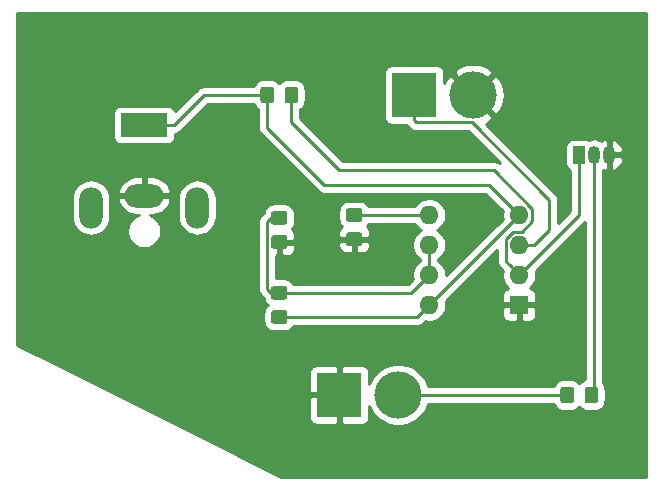
<source format=gbr>
G04 #@! TF.GenerationSoftware,KiCad,Pcbnew,(5.1.5-0-10_14)*
G04 #@! TF.CreationDate,2020-05-18T16:23:34+03:00*
G04 #@! TF.ProjectId,final2,66696e61-6c32-42e6-9b69-6361645f7063,rev?*
G04 #@! TF.SameCoordinates,Original*
G04 #@! TF.FileFunction,Copper,L1,Top*
G04 #@! TF.FilePolarity,Positive*
%FSLAX46Y46*%
G04 Gerber Fmt 4.6, Leading zero omitted, Abs format (unit mm)*
G04 Created by KiCad (PCBNEW (5.1.5-0-10_14)) date 2020-05-18 16:23:34*
%MOMM*%
%LPD*%
G04 APERTURE LIST*
%ADD10R,1.600000X1.600000*%
%ADD11O,1.600000X1.600000*%
%ADD12C,0.100000*%
%ADD13R,3.800000X3.800000*%
%ADD14C,4.000000*%
%ADD15R,4.000000X2.000000*%
%ADD16O,3.300000X2.000000*%
%ADD17O,2.000000X3.500000*%
%ADD18O,1.050000X1.500000*%
%ADD19R,1.050000X1.500000*%
%ADD20C,0.250000*%
%ADD21C,0.254000*%
G04 APERTURE END LIST*
D10*
X152400000Y-92710000D03*
D11*
X144780000Y-85090000D03*
X152400000Y-90170000D03*
X144780000Y-87630000D03*
X152400000Y-87630000D03*
X144780000Y-90170000D03*
X152400000Y-85090000D03*
X144780000Y-92710000D03*
G04 #@! TA.AperFunction,SMDPad,CuDef*
D12*
G36*
X132554505Y-84761204D02*
G01*
X132578773Y-84764804D01*
X132602572Y-84770765D01*
X132625671Y-84779030D01*
X132647850Y-84789520D01*
X132668893Y-84802132D01*
X132688599Y-84816747D01*
X132706777Y-84833223D01*
X132723253Y-84851401D01*
X132737868Y-84871107D01*
X132750480Y-84892150D01*
X132760970Y-84914329D01*
X132769235Y-84937428D01*
X132775196Y-84961227D01*
X132778796Y-84985495D01*
X132780000Y-85009999D01*
X132780000Y-85660001D01*
X132778796Y-85684505D01*
X132775196Y-85708773D01*
X132769235Y-85732572D01*
X132760970Y-85755671D01*
X132750480Y-85777850D01*
X132737868Y-85798893D01*
X132723253Y-85818599D01*
X132706777Y-85836777D01*
X132688599Y-85853253D01*
X132668893Y-85867868D01*
X132647850Y-85880480D01*
X132625671Y-85890970D01*
X132602572Y-85899235D01*
X132578773Y-85905196D01*
X132554505Y-85908796D01*
X132530001Y-85910000D01*
X131629999Y-85910000D01*
X131605495Y-85908796D01*
X131581227Y-85905196D01*
X131557428Y-85899235D01*
X131534329Y-85890970D01*
X131512150Y-85880480D01*
X131491107Y-85867868D01*
X131471401Y-85853253D01*
X131453223Y-85836777D01*
X131436747Y-85818599D01*
X131422132Y-85798893D01*
X131409520Y-85777850D01*
X131399030Y-85755671D01*
X131390765Y-85732572D01*
X131384804Y-85708773D01*
X131381204Y-85684505D01*
X131380000Y-85660001D01*
X131380000Y-85009999D01*
X131381204Y-84985495D01*
X131384804Y-84961227D01*
X131390765Y-84937428D01*
X131399030Y-84914329D01*
X131409520Y-84892150D01*
X131422132Y-84871107D01*
X131436747Y-84851401D01*
X131453223Y-84833223D01*
X131471401Y-84816747D01*
X131491107Y-84802132D01*
X131512150Y-84789520D01*
X131534329Y-84779030D01*
X131557428Y-84770765D01*
X131581227Y-84764804D01*
X131605495Y-84761204D01*
X131629999Y-84760000D01*
X132530001Y-84760000D01*
X132554505Y-84761204D01*
G37*
G04 #@! TD.AperFunction*
G04 #@! TA.AperFunction,SMDPad,CuDef*
G36*
X132554505Y-86811204D02*
G01*
X132578773Y-86814804D01*
X132602572Y-86820765D01*
X132625671Y-86829030D01*
X132647850Y-86839520D01*
X132668893Y-86852132D01*
X132688599Y-86866747D01*
X132706777Y-86883223D01*
X132723253Y-86901401D01*
X132737868Y-86921107D01*
X132750480Y-86942150D01*
X132760970Y-86964329D01*
X132769235Y-86987428D01*
X132775196Y-87011227D01*
X132778796Y-87035495D01*
X132780000Y-87059999D01*
X132780000Y-87710001D01*
X132778796Y-87734505D01*
X132775196Y-87758773D01*
X132769235Y-87782572D01*
X132760970Y-87805671D01*
X132750480Y-87827850D01*
X132737868Y-87848893D01*
X132723253Y-87868599D01*
X132706777Y-87886777D01*
X132688599Y-87903253D01*
X132668893Y-87917868D01*
X132647850Y-87930480D01*
X132625671Y-87940970D01*
X132602572Y-87949235D01*
X132578773Y-87955196D01*
X132554505Y-87958796D01*
X132530001Y-87960000D01*
X131629999Y-87960000D01*
X131605495Y-87958796D01*
X131581227Y-87955196D01*
X131557428Y-87949235D01*
X131534329Y-87940970D01*
X131512150Y-87930480D01*
X131491107Y-87917868D01*
X131471401Y-87903253D01*
X131453223Y-87886777D01*
X131436747Y-87868599D01*
X131422132Y-87848893D01*
X131409520Y-87827850D01*
X131399030Y-87805671D01*
X131390765Y-87782572D01*
X131384804Y-87758773D01*
X131381204Y-87734505D01*
X131380000Y-87710001D01*
X131380000Y-87059999D01*
X131381204Y-87035495D01*
X131384804Y-87011227D01*
X131390765Y-86987428D01*
X131399030Y-86964329D01*
X131409520Y-86942150D01*
X131422132Y-86921107D01*
X131436747Y-86901401D01*
X131453223Y-86883223D01*
X131471401Y-86866747D01*
X131491107Y-86852132D01*
X131512150Y-86839520D01*
X131534329Y-86829030D01*
X131557428Y-86820765D01*
X131581227Y-86814804D01*
X131605495Y-86811204D01*
X131629999Y-86810000D01*
X132530001Y-86810000D01*
X132554505Y-86811204D01*
G37*
G04 #@! TD.AperFunction*
G04 #@! TA.AperFunction,SMDPad,CuDef*
G36*
X138904505Y-86566204D02*
G01*
X138928773Y-86569804D01*
X138952572Y-86575765D01*
X138975671Y-86584030D01*
X138997850Y-86594520D01*
X139018893Y-86607132D01*
X139038599Y-86621747D01*
X139056777Y-86638223D01*
X139073253Y-86656401D01*
X139087868Y-86676107D01*
X139100480Y-86697150D01*
X139110970Y-86719329D01*
X139119235Y-86742428D01*
X139125196Y-86766227D01*
X139128796Y-86790495D01*
X139130000Y-86814999D01*
X139130000Y-87465001D01*
X139128796Y-87489505D01*
X139125196Y-87513773D01*
X139119235Y-87537572D01*
X139110970Y-87560671D01*
X139100480Y-87582850D01*
X139087868Y-87603893D01*
X139073253Y-87623599D01*
X139056777Y-87641777D01*
X139038599Y-87658253D01*
X139018893Y-87672868D01*
X138997850Y-87685480D01*
X138975671Y-87695970D01*
X138952572Y-87704235D01*
X138928773Y-87710196D01*
X138904505Y-87713796D01*
X138880001Y-87715000D01*
X137979999Y-87715000D01*
X137955495Y-87713796D01*
X137931227Y-87710196D01*
X137907428Y-87704235D01*
X137884329Y-87695970D01*
X137862150Y-87685480D01*
X137841107Y-87672868D01*
X137821401Y-87658253D01*
X137803223Y-87641777D01*
X137786747Y-87623599D01*
X137772132Y-87603893D01*
X137759520Y-87582850D01*
X137749030Y-87560671D01*
X137740765Y-87537572D01*
X137734804Y-87513773D01*
X137731204Y-87489505D01*
X137730000Y-87465001D01*
X137730000Y-86814999D01*
X137731204Y-86790495D01*
X137734804Y-86766227D01*
X137740765Y-86742428D01*
X137749030Y-86719329D01*
X137759520Y-86697150D01*
X137772132Y-86676107D01*
X137786747Y-86656401D01*
X137803223Y-86638223D01*
X137821401Y-86621747D01*
X137841107Y-86607132D01*
X137862150Y-86594520D01*
X137884329Y-86584030D01*
X137907428Y-86575765D01*
X137931227Y-86569804D01*
X137955495Y-86566204D01*
X137979999Y-86565000D01*
X138880001Y-86565000D01*
X138904505Y-86566204D01*
G37*
G04 #@! TD.AperFunction*
G04 #@! TA.AperFunction,SMDPad,CuDef*
G36*
X138904505Y-84516204D02*
G01*
X138928773Y-84519804D01*
X138952572Y-84525765D01*
X138975671Y-84534030D01*
X138997850Y-84544520D01*
X139018893Y-84557132D01*
X139038599Y-84571747D01*
X139056777Y-84588223D01*
X139073253Y-84606401D01*
X139087868Y-84626107D01*
X139100480Y-84647150D01*
X139110970Y-84669329D01*
X139119235Y-84692428D01*
X139125196Y-84716227D01*
X139128796Y-84740495D01*
X139130000Y-84764999D01*
X139130000Y-85415001D01*
X139128796Y-85439505D01*
X139125196Y-85463773D01*
X139119235Y-85487572D01*
X139110970Y-85510671D01*
X139100480Y-85532850D01*
X139087868Y-85553893D01*
X139073253Y-85573599D01*
X139056777Y-85591777D01*
X139038599Y-85608253D01*
X139018893Y-85622868D01*
X138997850Y-85635480D01*
X138975671Y-85645970D01*
X138952572Y-85654235D01*
X138928773Y-85660196D01*
X138904505Y-85663796D01*
X138880001Y-85665000D01*
X137979999Y-85665000D01*
X137955495Y-85663796D01*
X137931227Y-85660196D01*
X137907428Y-85654235D01*
X137884329Y-85645970D01*
X137862150Y-85635480D01*
X137841107Y-85622868D01*
X137821401Y-85608253D01*
X137803223Y-85591777D01*
X137786747Y-85573599D01*
X137772132Y-85553893D01*
X137759520Y-85532850D01*
X137749030Y-85510671D01*
X137740765Y-85487572D01*
X137734804Y-85463773D01*
X137731204Y-85439505D01*
X137730000Y-85415001D01*
X137730000Y-84764999D01*
X137731204Y-84740495D01*
X137734804Y-84716227D01*
X137740765Y-84692428D01*
X137749030Y-84669329D01*
X137759520Y-84647150D01*
X137772132Y-84626107D01*
X137786747Y-84606401D01*
X137803223Y-84588223D01*
X137821401Y-84571747D01*
X137841107Y-84557132D01*
X137862150Y-84544520D01*
X137884329Y-84534030D01*
X137907428Y-84525765D01*
X137931227Y-84519804D01*
X137955495Y-84516204D01*
X137979999Y-84515000D01*
X138880001Y-84515000D01*
X138904505Y-84516204D01*
G37*
G04 #@! TD.AperFunction*
D13*
X137160000Y-100330000D03*
D14*
X142160000Y-100330000D03*
X148510000Y-74930000D03*
D13*
X143510000Y-74930000D03*
D15*
X120650000Y-77470000D03*
D16*
X120650000Y-83470000D03*
D17*
X116150000Y-84470000D03*
X125150000Y-84470000D03*
D18*
X158750000Y-80010000D03*
X160020000Y-80010000D03*
D19*
X157480000Y-80010000D03*
G04 #@! TA.AperFunction,SMDPad,CuDef*
D12*
G36*
X158854505Y-99631204D02*
G01*
X158878773Y-99634804D01*
X158902572Y-99640765D01*
X158925671Y-99649030D01*
X158947850Y-99659520D01*
X158968893Y-99672132D01*
X158988599Y-99686747D01*
X159006777Y-99703223D01*
X159023253Y-99721401D01*
X159037868Y-99741107D01*
X159050480Y-99762150D01*
X159060970Y-99784329D01*
X159069235Y-99807428D01*
X159075196Y-99831227D01*
X159078796Y-99855495D01*
X159080000Y-99879999D01*
X159080000Y-100780001D01*
X159078796Y-100804505D01*
X159075196Y-100828773D01*
X159069235Y-100852572D01*
X159060970Y-100875671D01*
X159050480Y-100897850D01*
X159037868Y-100918893D01*
X159023253Y-100938599D01*
X159006777Y-100956777D01*
X158988599Y-100973253D01*
X158968893Y-100987868D01*
X158947850Y-101000480D01*
X158925671Y-101010970D01*
X158902572Y-101019235D01*
X158878773Y-101025196D01*
X158854505Y-101028796D01*
X158830001Y-101030000D01*
X158179999Y-101030000D01*
X158155495Y-101028796D01*
X158131227Y-101025196D01*
X158107428Y-101019235D01*
X158084329Y-101010970D01*
X158062150Y-101000480D01*
X158041107Y-100987868D01*
X158021401Y-100973253D01*
X158003223Y-100956777D01*
X157986747Y-100938599D01*
X157972132Y-100918893D01*
X157959520Y-100897850D01*
X157949030Y-100875671D01*
X157940765Y-100852572D01*
X157934804Y-100828773D01*
X157931204Y-100804505D01*
X157930000Y-100780001D01*
X157930000Y-99879999D01*
X157931204Y-99855495D01*
X157934804Y-99831227D01*
X157940765Y-99807428D01*
X157949030Y-99784329D01*
X157959520Y-99762150D01*
X157972132Y-99741107D01*
X157986747Y-99721401D01*
X158003223Y-99703223D01*
X158021401Y-99686747D01*
X158041107Y-99672132D01*
X158062150Y-99659520D01*
X158084329Y-99649030D01*
X158107428Y-99640765D01*
X158131227Y-99634804D01*
X158155495Y-99631204D01*
X158179999Y-99630000D01*
X158830001Y-99630000D01*
X158854505Y-99631204D01*
G37*
G04 #@! TD.AperFunction*
G04 #@! TA.AperFunction,SMDPad,CuDef*
G36*
X156804505Y-99631204D02*
G01*
X156828773Y-99634804D01*
X156852572Y-99640765D01*
X156875671Y-99649030D01*
X156897850Y-99659520D01*
X156918893Y-99672132D01*
X156938599Y-99686747D01*
X156956777Y-99703223D01*
X156973253Y-99721401D01*
X156987868Y-99741107D01*
X157000480Y-99762150D01*
X157010970Y-99784329D01*
X157019235Y-99807428D01*
X157025196Y-99831227D01*
X157028796Y-99855495D01*
X157030000Y-99879999D01*
X157030000Y-100780001D01*
X157028796Y-100804505D01*
X157025196Y-100828773D01*
X157019235Y-100852572D01*
X157010970Y-100875671D01*
X157000480Y-100897850D01*
X156987868Y-100918893D01*
X156973253Y-100938599D01*
X156956777Y-100956777D01*
X156938599Y-100973253D01*
X156918893Y-100987868D01*
X156897850Y-101000480D01*
X156875671Y-101010970D01*
X156852572Y-101019235D01*
X156828773Y-101025196D01*
X156804505Y-101028796D01*
X156780001Y-101030000D01*
X156129999Y-101030000D01*
X156105495Y-101028796D01*
X156081227Y-101025196D01*
X156057428Y-101019235D01*
X156034329Y-101010970D01*
X156012150Y-101000480D01*
X155991107Y-100987868D01*
X155971401Y-100973253D01*
X155953223Y-100956777D01*
X155936747Y-100938599D01*
X155922132Y-100918893D01*
X155909520Y-100897850D01*
X155899030Y-100875671D01*
X155890765Y-100852572D01*
X155884804Y-100828773D01*
X155881204Y-100804505D01*
X155880000Y-100780001D01*
X155880000Y-99879999D01*
X155881204Y-99855495D01*
X155884804Y-99831227D01*
X155890765Y-99807428D01*
X155899030Y-99784329D01*
X155909520Y-99762150D01*
X155922132Y-99741107D01*
X155936747Y-99721401D01*
X155953223Y-99703223D01*
X155971401Y-99686747D01*
X155991107Y-99672132D01*
X156012150Y-99659520D01*
X156034329Y-99649030D01*
X156057428Y-99640765D01*
X156081227Y-99634804D01*
X156105495Y-99631204D01*
X156129999Y-99630000D01*
X156780001Y-99630000D01*
X156804505Y-99631204D01*
G37*
G04 #@! TD.AperFunction*
G04 #@! TA.AperFunction,SMDPad,CuDef*
G36*
X131404505Y-74231204D02*
G01*
X131428773Y-74234804D01*
X131452572Y-74240765D01*
X131475671Y-74249030D01*
X131497850Y-74259520D01*
X131518893Y-74272132D01*
X131538599Y-74286747D01*
X131556777Y-74303223D01*
X131573253Y-74321401D01*
X131587868Y-74341107D01*
X131600480Y-74362150D01*
X131610970Y-74384329D01*
X131619235Y-74407428D01*
X131625196Y-74431227D01*
X131628796Y-74455495D01*
X131630000Y-74479999D01*
X131630000Y-75380001D01*
X131628796Y-75404505D01*
X131625196Y-75428773D01*
X131619235Y-75452572D01*
X131610970Y-75475671D01*
X131600480Y-75497850D01*
X131587868Y-75518893D01*
X131573253Y-75538599D01*
X131556777Y-75556777D01*
X131538599Y-75573253D01*
X131518893Y-75587868D01*
X131497850Y-75600480D01*
X131475671Y-75610970D01*
X131452572Y-75619235D01*
X131428773Y-75625196D01*
X131404505Y-75628796D01*
X131380001Y-75630000D01*
X130729999Y-75630000D01*
X130705495Y-75628796D01*
X130681227Y-75625196D01*
X130657428Y-75619235D01*
X130634329Y-75610970D01*
X130612150Y-75600480D01*
X130591107Y-75587868D01*
X130571401Y-75573253D01*
X130553223Y-75556777D01*
X130536747Y-75538599D01*
X130522132Y-75518893D01*
X130509520Y-75497850D01*
X130499030Y-75475671D01*
X130490765Y-75452572D01*
X130484804Y-75428773D01*
X130481204Y-75404505D01*
X130480000Y-75380001D01*
X130480000Y-74479999D01*
X130481204Y-74455495D01*
X130484804Y-74431227D01*
X130490765Y-74407428D01*
X130499030Y-74384329D01*
X130509520Y-74362150D01*
X130522132Y-74341107D01*
X130536747Y-74321401D01*
X130553223Y-74303223D01*
X130571401Y-74286747D01*
X130591107Y-74272132D01*
X130612150Y-74259520D01*
X130634329Y-74249030D01*
X130657428Y-74240765D01*
X130681227Y-74234804D01*
X130705495Y-74231204D01*
X130729999Y-74230000D01*
X131380001Y-74230000D01*
X131404505Y-74231204D01*
G37*
G04 #@! TD.AperFunction*
G04 #@! TA.AperFunction,SMDPad,CuDef*
G36*
X133454505Y-74231204D02*
G01*
X133478773Y-74234804D01*
X133502572Y-74240765D01*
X133525671Y-74249030D01*
X133547850Y-74259520D01*
X133568893Y-74272132D01*
X133588599Y-74286747D01*
X133606777Y-74303223D01*
X133623253Y-74321401D01*
X133637868Y-74341107D01*
X133650480Y-74362150D01*
X133660970Y-74384329D01*
X133669235Y-74407428D01*
X133675196Y-74431227D01*
X133678796Y-74455495D01*
X133680000Y-74479999D01*
X133680000Y-75380001D01*
X133678796Y-75404505D01*
X133675196Y-75428773D01*
X133669235Y-75452572D01*
X133660970Y-75475671D01*
X133650480Y-75497850D01*
X133637868Y-75518893D01*
X133623253Y-75538599D01*
X133606777Y-75556777D01*
X133588599Y-75573253D01*
X133568893Y-75587868D01*
X133547850Y-75600480D01*
X133525671Y-75610970D01*
X133502572Y-75619235D01*
X133478773Y-75625196D01*
X133454505Y-75628796D01*
X133430001Y-75630000D01*
X132779999Y-75630000D01*
X132755495Y-75628796D01*
X132731227Y-75625196D01*
X132707428Y-75619235D01*
X132684329Y-75610970D01*
X132662150Y-75600480D01*
X132641107Y-75587868D01*
X132621401Y-75573253D01*
X132603223Y-75556777D01*
X132586747Y-75538599D01*
X132572132Y-75518893D01*
X132559520Y-75497850D01*
X132549030Y-75475671D01*
X132540765Y-75452572D01*
X132534804Y-75428773D01*
X132531204Y-75404505D01*
X132530000Y-75380001D01*
X132530000Y-74479999D01*
X132531204Y-74455495D01*
X132534804Y-74431227D01*
X132540765Y-74407428D01*
X132549030Y-74384329D01*
X132559520Y-74362150D01*
X132572132Y-74341107D01*
X132586747Y-74321401D01*
X132603223Y-74303223D01*
X132621401Y-74286747D01*
X132641107Y-74272132D01*
X132662150Y-74259520D01*
X132684329Y-74249030D01*
X132707428Y-74240765D01*
X132731227Y-74234804D01*
X132755495Y-74231204D01*
X132779999Y-74230000D01*
X133430001Y-74230000D01*
X133454505Y-74231204D01*
G37*
G04 #@! TD.AperFunction*
G04 #@! TA.AperFunction,SMDPad,CuDef*
G36*
X132554505Y-93161204D02*
G01*
X132578773Y-93164804D01*
X132602572Y-93170765D01*
X132625671Y-93179030D01*
X132647850Y-93189520D01*
X132668893Y-93202132D01*
X132688599Y-93216747D01*
X132706777Y-93233223D01*
X132723253Y-93251401D01*
X132737868Y-93271107D01*
X132750480Y-93292150D01*
X132760970Y-93314329D01*
X132769235Y-93337428D01*
X132775196Y-93361227D01*
X132778796Y-93385495D01*
X132780000Y-93409999D01*
X132780000Y-94060001D01*
X132778796Y-94084505D01*
X132775196Y-94108773D01*
X132769235Y-94132572D01*
X132760970Y-94155671D01*
X132750480Y-94177850D01*
X132737868Y-94198893D01*
X132723253Y-94218599D01*
X132706777Y-94236777D01*
X132688599Y-94253253D01*
X132668893Y-94267868D01*
X132647850Y-94280480D01*
X132625671Y-94290970D01*
X132602572Y-94299235D01*
X132578773Y-94305196D01*
X132554505Y-94308796D01*
X132530001Y-94310000D01*
X131629999Y-94310000D01*
X131605495Y-94308796D01*
X131581227Y-94305196D01*
X131557428Y-94299235D01*
X131534329Y-94290970D01*
X131512150Y-94280480D01*
X131491107Y-94267868D01*
X131471401Y-94253253D01*
X131453223Y-94236777D01*
X131436747Y-94218599D01*
X131422132Y-94198893D01*
X131409520Y-94177850D01*
X131399030Y-94155671D01*
X131390765Y-94132572D01*
X131384804Y-94108773D01*
X131381204Y-94084505D01*
X131380000Y-94060001D01*
X131380000Y-93409999D01*
X131381204Y-93385495D01*
X131384804Y-93361227D01*
X131390765Y-93337428D01*
X131399030Y-93314329D01*
X131409520Y-93292150D01*
X131422132Y-93271107D01*
X131436747Y-93251401D01*
X131453223Y-93233223D01*
X131471401Y-93216747D01*
X131491107Y-93202132D01*
X131512150Y-93189520D01*
X131534329Y-93179030D01*
X131557428Y-93170765D01*
X131581227Y-93164804D01*
X131605495Y-93161204D01*
X131629999Y-93160000D01*
X132530001Y-93160000D01*
X132554505Y-93161204D01*
G37*
G04 #@! TD.AperFunction*
G04 #@! TA.AperFunction,SMDPad,CuDef*
G36*
X132554505Y-91111204D02*
G01*
X132578773Y-91114804D01*
X132602572Y-91120765D01*
X132625671Y-91129030D01*
X132647850Y-91139520D01*
X132668893Y-91152132D01*
X132688599Y-91166747D01*
X132706777Y-91183223D01*
X132723253Y-91201401D01*
X132737868Y-91221107D01*
X132750480Y-91242150D01*
X132760970Y-91264329D01*
X132769235Y-91287428D01*
X132775196Y-91311227D01*
X132778796Y-91335495D01*
X132780000Y-91359999D01*
X132780000Y-92010001D01*
X132778796Y-92034505D01*
X132775196Y-92058773D01*
X132769235Y-92082572D01*
X132760970Y-92105671D01*
X132750480Y-92127850D01*
X132737868Y-92148893D01*
X132723253Y-92168599D01*
X132706777Y-92186777D01*
X132688599Y-92203253D01*
X132668893Y-92217868D01*
X132647850Y-92230480D01*
X132625671Y-92240970D01*
X132602572Y-92249235D01*
X132578773Y-92255196D01*
X132554505Y-92258796D01*
X132530001Y-92260000D01*
X131629999Y-92260000D01*
X131605495Y-92258796D01*
X131581227Y-92255196D01*
X131557428Y-92249235D01*
X131534329Y-92240970D01*
X131512150Y-92230480D01*
X131491107Y-92217868D01*
X131471401Y-92203253D01*
X131453223Y-92186777D01*
X131436747Y-92168599D01*
X131422132Y-92148893D01*
X131409520Y-92127850D01*
X131399030Y-92105671D01*
X131390765Y-92082572D01*
X131384804Y-92058773D01*
X131381204Y-92034505D01*
X131380000Y-92010001D01*
X131380000Y-91359999D01*
X131381204Y-91335495D01*
X131384804Y-91311227D01*
X131390765Y-91287428D01*
X131399030Y-91264329D01*
X131409520Y-91242150D01*
X131422132Y-91221107D01*
X131436747Y-91201401D01*
X131453223Y-91183223D01*
X131471401Y-91166747D01*
X131491107Y-91152132D01*
X131512150Y-91139520D01*
X131534329Y-91129030D01*
X131557428Y-91120765D01*
X131581227Y-91114804D01*
X131605495Y-91111204D01*
X131629999Y-91110000D01*
X132530001Y-91110000D01*
X132554505Y-91111204D01*
G37*
G04 #@! TD.AperFunction*
D20*
X138430000Y-85090000D02*
X144780000Y-85090000D01*
X157480000Y-85090000D02*
X152400000Y-90170000D01*
X157480000Y-80010000D02*
X157480000Y-85090000D01*
X133105000Y-74930000D02*
X133105000Y-75630000D01*
X151274999Y-89044999D02*
X151600001Y-89370001D01*
X151274999Y-87089999D02*
X151274999Y-89044999D01*
X151859999Y-86504999D02*
X151274999Y-87089999D01*
X152650003Y-86504999D02*
X151859999Y-86504999D01*
X153525001Y-85630001D02*
X152650003Y-86504999D01*
X151600001Y-89370001D02*
X152400000Y-90170000D01*
X150255002Y-81280000D02*
X153525001Y-84549999D01*
X153525001Y-84549999D02*
X153525001Y-85630001D01*
X137160000Y-81280000D02*
X150255002Y-81280000D01*
X133105000Y-77225000D02*
X137160000Y-81280000D01*
X133105000Y-74930000D02*
X133105000Y-77225000D01*
X143265000Y-91685000D02*
X144780000Y-90170000D01*
X132080000Y-91685000D02*
X143265000Y-91685000D01*
X144780000Y-87630000D02*
X144780000Y-90170000D01*
X131380000Y-91685000D02*
X132080000Y-91685000D01*
X131054990Y-91359990D02*
X131380000Y-91685000D01*
X131380000Y-85335000D02*
X131054990Y-85660010D01*
X131054990Y-85660010D02*
X131054990Y-91359990D01*
X132080000Y-85335000D02*
X131380000Y-85335000D01*
X143510000Y-77080000D02*
X143510000Y-74930000D01*
X143685001Y-77255001D02*
X143510000Y-77080000D01*
X148375001Y-77255001D02*
X143685001Y-77255001D01*
X154940000Y-83820000D02*
X148375001Y-77255001D01*
X154940000Y-86360000D02*
X154940000Y-83820000D01*
X153670000Y-87630000D02*
X154940000Y-86360000D01*
X152400000Y-87630000D02*
X153670000Y-87630000D01*
X120650000Y-77470000D02*
X123190000Y-77470000D01*
X125730000Y-74930000D02*
X131055000Y-74930000D01*
X123190000Y-77470000D02*
X125730000Y-74930000D01*
X143755000Y-93735000D02*
X144780000Y-92710000D01*
X132080000Y-93735000D02*
X143755000Y-93735000D01*
X152400000Y-85090000D02*
X144780000Y-92710000D01*
X152400000Y-85090000D02*
X149860000Y-82550000D01*
X149860000Y-82550000D02*
X135890000Y-82550000D01*
X131055000Y-77715000D02*
X131055000Y-74930000D01*
X135890000Y-82550000D02*
X131055000Y-77715000D01*
X156455000Y-100330000D02*
X142160000Y-100330000D01*
X158750000Y-100085000D02*
X158505000Y-100330000D01*
X158750000Y-80010000D02*
X158750000Y-100085000D01*
D21*
G36*
X163145001Y-107265000D02*
G01*
X132241708Y-107265000D01*
X122171708Y-102230000D01*
X134621928Y-102230000D01*
X134634188Y-102354482D01*
X134670498Y-102474180D01*
X134729463Y-102584494D01*
X134808815Y-102681185D01*
X134905506Y-102760537D01*
X135015820Y-102819502D01*
X135135518Y-102855812D01*
X135260000Y-102868072D01*
X136874250Y-102865000D01*
X137033000Y-102706250D01*
X137033000Y-100457000D01*
X134783750Y-100457000D01*
X134625000Y-100615750D01*
X134621928Y-102230000D01*
X122171708Y-102230000D01*
X114571707Y-98430000D01*
X134621928Y-98430000D01*
X134625000Y-100044250D01*
X134783750Y-100203000D01*
X137033000Y-100203000D01*
X137033000Y-97953750D01*
X136874250Y-97795000D01*
X135260000Y-97791928D01*
X135135518Y-97804188D01*
X135015820Y-97840498D01*
X134905506Y-97899463D01*
X134808815Y-97978815D01*
X134729463Y-98075506D01*
X134670498Y-98185820D01*
X134634188Y-98305518D01*
X134621928Y-98430000D01*
X114571707Y-98430000D01*
X109905000Y-96096647D01*
X109905000Y-83639679D01*
X114515000Y-83639679D01*
X114515000Y-85300322D01*
X114538657Y-85540516D01*
X114632149Y-85848715D01*
X114783970Y-86132752D01*
X114988287Y-86381714D01*
X115237249Y-86586031D01*
X115521286Y-86737852D01*
X115829485Y-86831343D01*
X116150000Y-86862911D01*
X116470516Y-86831343D01*
X116778715Y-86737852D01*
X117062752Y-86586031D01*
X117311714Y-86381714D01*
X117516031Y-86132752D01*
X117667852Y-85848715D01*
X117761343Y-85540516D01*
X117785000Y-85300322D01*
X117785000Y-83850434D01*
X118409876Y-83850434D01*
X118440856Y-83978355D01*
X118569990Y-84272761D01*
X118754078Y-84536317D01*
X118986046Y-84758895D01*
X119256980Y-84931942D01*
X119556468Y-85048807D01*
X119873000Y-85105000D01*
X120195568Y-85105000D01*
X119970273Y-85198320D01*
X119735241Y-85355363D01*
X119535363Y-85555241D01*
X119378320Y-85790273D01*
X119270147Y-86051426D01*
X119215000Y-86328665D01*
X119215000Y-86611335D01*
X119270147Y-86888574D01*
X119378320Y-87149727D01*
X119535363Y-87384759D01*
X119735241Y-87584637D01*
X119970273Y-87741680D01*
X120231426Y-87849853D01*
X120508665Y-87905000D01*
X120791335Y-87905000D01*
X121068574Y-87849853D01*
X121329727Y-87741680D01*
X121564759Y-87584637D01*
X121764637Y-87384759D01*
X121921680Y-87149727D01*
X122029853Y-86888574D01*
X122085000Y-86611335D01*
X122085000Y-86328665D01*
X122029853Y-86051426D01*
X121921680Y-85790273D01*
X121764637Y-85555241D01*
X121564759Y-85355363D01*
X121329727Y-85198320D01*
X121104432Y-85105000D01*
X121427000Y-85105000D01*
X121743532Y-85048807D01*
X122043020Y-84931942D01*
X122313954Y-84758895D01*
X122545922Y-84536317D01*
X122730010Y-84272761D01*
X122859144Y-83978355D01*
X122890124Y-83850434D01*
X122790876Y-83639679D01*
X123515000Y-83639679D01*
X123515000Y-85300322D01*
X123538657Y-85540516D01*
X123632149Y-85848715D01*
X123783970Y-86132752D01*
X123988287Y-86381714D01*
X124237249Y-86586031D01*
X124521286Y-86737852D01*
X124829485Y-86831343D01*
X125150000Y-86862911D01*
X125470516Y-86831343D01*
X125778715Y-86737852D01*
X126062752Y-86586031D01*
X126311714Y-86381714D01*
X126516031Y-86132752D01*
X126667852Y-85848715D01*
X126761343Y-85540516D01*
X126785000Y-85300322D01*
X126785000Y-83639678D01*
X126761343Y-83399484D01*
X126667852Y-83091285D01*
X126516031Y-82807248D01*
X126311714Y-82558286D01*
X126062751Y-82353969D01*
X125778714Y-82202148D01*
X125470515Y-82108657D01*
X125150000Y-82077089D01*
X124829484Y-82108657D01*
X124521285Y-82202148D01*
X124237248Y-82353969D01*
X123988286Y-82558286D01*
X123783969Y-82807249D01*
X123632148Y-83091286D01*
X123538657Y-83399485D01*
X123515000Y-83639679D01*
X122790876Y-83639679D01*
X122770777Y-83597000D01*
X120777000Y-83597000D01*
X120777000Y-83617000D01*
X120523000Y-83617000D01*
X120523000Y-83597000D01*
X118529223Y-83597000D01*
X118409876Y-83850434D01*
X117785000Y-83850434D01*
X117785000Y-83639678D01*
X117761343Y-83399484D01*
X117667852Y-83091285D01*
X117666934Y-83089566D01*
X118409876Y-83089566D01*
X118529223Y-83343000D01*
X120523000Y-83343000D01*
X120523000Y-81835000D01*
X120777000Y-81835000D01*
X120777000Y-83343000D01*
X122770777Y-83343000D01*
X122890124Y-83089566D01*
X122859144Y-82961645D01*
X122730010Y-82667239D01*
X122545922Y-82403683D01*
X122313954Y-82181105D01*
X122043020Y-82008058D01*
X121743532Y-81891193D01*
X121427000Y-81835000D01*
X120777000Y-81835000D01*
X120523000Y-81835000D01*
X119873000Y-81835000D01*
X119556468Y-81891193D01*
X119256980Y-82008058D01*
X118986046Y-82181105D01*
X118754078Y-82403683D01*
X118569990Y-82667239D01*
X118440856Y-82961645D01*
X118409876Y-83089566D01*
X117666934Y-83089566D01*
X117516031Y-82807248D01*
X117311714Y-82558286D01*
X117062751Y-82353969D01*
X116778714Y-82202148D01*
X116470515Y-82108657D01*
X116150000Y-82077089D01*
X115829484Y-82108657D01*
X115521285Y-82202148D01*
X115237248Y-82353969D01*
X114988286Y-82558286D01*
X114783969Y-82807249D01*
X114632148Y-83091286D01*
X114538657Y-83399485D01*
X114515000Y-83639679D01*
X109905000Y-83639679D01*
X109905000Y-76470000D01*
X118011928Y-76470000D01*
X118011928Y-78470000D01*
X118024188Y-78594482D01*
X118060498Y-78714180D01*
X118119463Y-78824494D01*
X118198815Y-78921185D01*
X118295506Y-79000537D01*
X118405820Y-79059502D01*
X118525518Y-79095812D01*
X118650000Y-79108072D01*
X122650000Y-79108072D01*
X122774482Y-79095812D01*
X122894180Y-79059502D01*
X123004494Y-79000537D01*
X123101185Y-78921185D01*
X123180537Y-78824494D01*
X123239502Y-78714180D01*
X123275812Y-78594482D01*
X123288072Y-78470000D01*
X123288072Y-78224018D01*
X123338986Y-78219003D01*
X123482247Y-78175546D01*
X123614276Y-78104974D01*
X123730001Y-78010001D01*
X123753804Y-77980997D01*
X126044803Y-75690000D01*
X129900473Y-75690000D01*
X129909528Y-75719851D01*
X129991595Y-75873387D01*
X130102038Y-76007962D01*
X130236613Y-76118405D01*
X130295001Y-76149614D01*
X130295000Y-77677677D01*
X130291324Y-77715000D01*
X130295000Y-77752322D01*
X130295000Y-77752332D01*
X130305997Y-77863985D01*
X130339370Y-77974003D01*
X130349454Y-78007246D01*
X130420026Y-78139276D01*
X130459871Y-78187826D01*
X130514999Y-78255001D01*
X130544003Y-78278804D01*
X135326200Y-83061002D01*
X135349999Y-83090001D01*
X135465724Y-83184974D01*
X135597753Y-83255546D01*
X135741014Y-83299003D01*
X135842484Y-83308997D01*
X135890000Y-83313677D01*
X135927333Y-83310000D01*
X149545199Y-83310000D01*
X151001312Y-84766114D01*
X150965000Y-84948665D01*
X150965000Y-85231335D01*
X151001312Y-85413886D01*
X146215000Y-90200199D01*
X146215000Y-90028665D01*
X146159853Y-89751426D01*
X146051680Y-89490273D01*
X145894637Y-89255241D01*
X145694759Y-89055363D01*
X145540000Y-88951957D01*
X145540000Y-88848043D01*
X145694759Y-88744637D01*
X145894637Y-88544759D01*
X146051680Y-88309727D01*
X146159853Y-88048574D01*
X146215000Y-87771335D01*
X146215000Y-87488665D01*
X146159853Y-87211426D01*
X146051680Y-86950273D01*
X145894637Y-86715241D01*
X145694759Y-86515363D01*
X145462241Y-86360000D01*
X145694759Y-86204637D01*
X145894637Y-86004759D01*
X146051680Y-85769727D01*
X146159853Y-85508574D01*
X146215000Y-85231335D01*
X146215000Y-84948665D01*
X146159853Y-84671426D01*
X146051680Y-84410273D01*
X145894637Y-84175241D01*
X145694759Y-83975363D01*
X145459727Y-83818320D01*
X145198574Y-83710147D01*
X144921335Y-83655000D01*
X144638665Y-83655000D01*
X144361426Y-83710147D01*
X144100273Y-83818320D01*
X143865241Y-83975363D01*
X143665363Y-84175241D01*
X143561957Y-84330000D01*
X139649614Y-84330000D01*
X139618405Y-84271613D01*
X139507962Y-84137038D01*
X139373387Y-84026595D01*
X139219851Y-83944528D01*
X139053255Y-83893992D01*
X138880001Y-83876928D01*
X137979999Y-83876928D01*
X137806745Y-83893992D01*
X137640149Y-83944528D01*
X137486613Y-84026595D01*
X137352038Y-84137038D01*
X137241595Y-84271613D01*
X137159528Y-84425149D01*
X137108992Y-84591745D01*
X137091928Y-84764999D01*
X137091928Y-85415001D01*
X137108992Y-85588255D01*
X137159528Y-85754851D01*
X137241595Y-85908387D01*
X137352038Y-86042962D01*
X137358594Y-86048342D01*
X137278815Y-86113815D01*
X137199463Y-86210506D01*
X137140498Y-86320820D01*
X137104188Y-86440518D01*
X137091928Y-86565000D01*
X137095000Y-86854250D01*
X137253750Y-87013000D01*
X138303000Y-87013000D01*
X138303000Y-86993000D01*
X138557000Y-86993000D01*
X138557000Y-87013000D01*
X139606250Y-87013000D01*
X139765000Y-86854250D01*
X139768072Y-86565000D01*
X139755812Y-86440518D01*
X139719502Y-86320820D01*
X139660537Y-86210506D01*
X139581185Y-86113815D01*
X139501406Y-86048342D01*
X139507962Y-86042962D01*
X139618405Y-85908387D01*
X139649614Y-85850000D01*
X143561957Y-85850000D01*
X143665363Y-86004759D01*
X143865241Y-86204637D01*
X144097759Y-86360000D01*
X143865241Y-86515363D01*
X143665363Y-86715241D01*
X143508320Y-86950273D01*
X143400147Y-87211426D01*
X143345000Y-87488665D01*
X143345000Y-87771335D01*
X143400147Y-88048574D01*
X143508320Y-88309727D01*
X143665363Y-88544759D01*
X143865241Y-88744637D01*
X144020000Y-88848044D01*
X144020001Y-88951956D01*
X143865241Y-89055363D01*
X143665363Y-89255241D01*
X143508320Y-89490273D01*
X143400147Y-89751426D01*
X143345000Y-90028665D01*
X143345000Y-90311335D01*
X143381312Y-90493886D01*
X142950199Y-90925000D01*
X133299614Y-90925000D01*
X133268405Y-90866613D01*
X133157962Y-90732038D01*
X133023387Y-90621595D01*
X132869851Y-90539528D01*
X132703255Y-90488992D01*
X132530001Y-90471928D01*
X131814990Y-90471928D01*
X131814990Y-88574260D01*
X131953000Y-88436250D01*
X131953000Y-87512000D01*
X132207000Y-87512000D01*
X132207000Y-88436250D01*
X132365750Y-88595000D01*
X132780000Y-88598072D01*
X132904482Y-88585812D01*
X133024180Y-88549502D01*
X133134494Y-88490537D01*
X133231185Y-88411185D01*
X133310537Y-88314494D01*
X133369502Y-88204180D01*
X133405812Y-88084482D01*
X133418072Y-87960000D01*
X133415470Y-87715000D01*
X137091928Y-87715000D01*
X137104188Y-87839482D01*
X137140498Y-87959180D01*
X137199463Y-88069494D01*
X137278815Y-88166185D01*
X137375506Y-88245537D01*
X137485820Y-88304502D01*
X137605518Y-88340812D01*
X137730000Y-88353072D01*
X138144250Y-88350000D01*
X138303000Y-88191250D01*
X138303000Y-87267000D01*
X138557000Y-87267000D01*
X138557000Y-88191250D01*
X138715750Y-88350000D01*
X139130000Y-88353072D01*
X139254482Y-88340812D01*
X139374180Y-88304502D01*
X139484494Y-88245537D01*
X139581185Y-88166185D01*
X139660537Y-88069494D01*
X139719502Y-87959180D01*
X139755812Y-87839482D01*
X139768072Y-87715000D01*
X139765000Y-87425750D01*
X139606250Y-87267000D01*
X138557000Y-87267000D01*
X138303000Y-87267000D01*
X137253750Y-87267000D01*
X137095000Y-87425750D01*
X137091928Y-87715000D01*
X133415470Y-87715000D01*
X133415000Y-87670750D01*
X133256250Y-87512000D01*
X132207000Y-87512000D01*
X131953000Y-87512000D01*
X131933000Y-87512000D01*
X131933000Y-87258000D01*
X131953000Y-87258000D01*
X131953000Y-87238000D01*
X132207000Y-87238000D01*
X132207000Y-87258000D01*
X133256250Y-87258000D01*
X133415000Y-87099250D01*
X133418072Y-86810000D01*
X133405812Y-86685518D01*
X133369502Y-86565820D01*
X133310537Y-86455506D01*
X133231185Y-86358815D01*
X133151406Y-86293342D01*
X133157962Y-86287962D01*
X133268405Y-86153387D01*
X133350472Y-85999851D01*
X133401008Y-85833255D01*
X133418072Y-85660001D01*
X133418072Y-85009999D01*
X133401008Y-84836745D01*
X133350472Y-84670149D01*
X133268405Y-84516613D01*
X133157962Y-84382038D01*
X133023387Y-84271595D01*
X132869851Y-84189528D01*
X132703255Y-84138992D01*
X132530001Y-84121928D01*
X131629999Y-84121928D01*
X131456745Y-84138992D01*
X131290149Y-84189528D01*
X131136613Y-84271595D01*
X131002038Y-84382038D01*
X130891595Y-84516613D01*
X130809528Y-84670149D01*
X130758992Y-84836745D01*
X130754134Y-84886065D01*
X130543993Y-85096206D01*
X130514989Y-85120009D01*
X130461675Y-85184973D01*
X130420016Y-85235734D01*
X130366957Y-85335000D01*
X130349444Y-85367764D01*
X130305987Y-85511025D01*
X130294990Y-85622678D01*
X130294990Y-85622688D01*
X130291314Y-85660010D01*
X130294990Y-85697333D01*
X130294991Y-91322658D01*
X130291314Y-91359990D01*
X130305988Y-91508975D01*
X130349444Y-91652236D01*
X130420016Y-91784266D01*
X130460820Y-91833985D01*
X130514990Y-91899991D01*
X130543988Y-91923789D01*
X130754134Y-92133935D01*
X130758992Y-92183255D01*
X130809528Y-92349851D01*
X130891595Y-92503387D01*
X131002038Y-92637962D01*
X131089816Y-92710000D01*
X131002038Y-92782038D01*
X130891595Y-92916613D01*
X130809528Y-93070149D01*
X130758992Y-93236745D01*
X130741928Y-93409999D01*
X130741928Y-94060001D01*
X130758992Y-94233255D01*
X130809528Y-94399851D01*
X130891595Y-94553387D01*
X131002038Y-94687962D01*
X131136613Y-94798405D01*
X131290149Y-94880472D01*
X131456745Y-94931008D01*
X131629999Y-94948072D01*
X132530001Y-94948072D01*
X132703255Y-94931008D01*
X132869851Y-94880472D01*
X133023387Y-94798405D01*
X133157962Y-94687962D01*
X133268405Y-94553387D01*
X133299614Y-94495000D01*
X143717678Y-94495000D01*
X143755000Y-94498676D01*
X143792322Y-94495000D01*
X143792333Y-94495000D01*
X143903986Y-94484003D01*
X144047247Y-94440546D01*
X144179276Y-94369974D01*
X144295001Y-94275001D01*
X144318804Y-94245998D01*
X144456113Y-94108688D01*
X144638665Y-94145000D01*
X144921335Y-94145000D01*
X145198574Y-94089853D01*
X145459727Y-93981680D01*
X145694759Y-93824637D01*
X145894637Y-93624759D01*
X145971316Y-93510000D01*
X150961928Y-93510000D01*
X150974188Y-93634482D01*
X151010498Y-93754180D01*
X151069463Y-93864494D01*
X151148815Y-93961185D01*
X151245506Y-94040537D01*
X151355820Y-94099502D01*
X151475518Y-94135812D01*
X151600000Y-94148072D01*
X152114250Y-94145000D01*
X152273000Y-93986250D01*
X152273000Y-92837000D01*
X152527000Y-92837000D01*
X152527000Y-93986250D01*
X152685750Y-94145000D01*
X153200000Y-94148072D01*
X153324482Y-94135812D01*
X153444180Y-94099502D01*
X153554494Y-94040537D01*
X153651185Y-93961185D01*
X153730537Y-93864494D01*
X153789502Y-93754180D01*
X153825812Y-93634482D01*
X153838072Y-93510000D01*
X153835000Y-92995750D01*
X153676250Y-92837000D01*
X152527000Y-92837000D01*
X152273000Y-92837000D01*
X151123750Y-92837000D01*
X150965000Y-92995750D01*
X150961928Y-93510000D01*
X145971316Y-93510000D01*
X146051680Y-93389727D01*
X146159853Y-93128574D01*
X146215000Y-92851335D01*
X146215000Y-92568665D01*
X146178688Y-92386113D01*
X150514999Y-88049802D01*
X150515000Y-89007667D01*
X150511323Y-89044999D01*
X150525997Y-89193984D01*
X150569453Y-89337245D01*
X150640025Y-89469275D01*
X150693986Y-89535026D01*
X150734999Y-89585000D01*
X150763997Y-89608798D01*
X151001312Y-89846113D01*
X150965000Y-90028665D01*
X150965000Y-90311335D01*
X151020147Y-90588574D01*
X151128320Y-90849727D01*
X151285363Y-91084759D01*
X151483961Y-91283357D01*
X151475518Y-91284188D01*
X151355820Y-91320498D01*
X151245506Y-91379463D01*
X151148815Y-91458815D01*
X151069463Y-91555506D01*
X151010498Y-91665820D01*
X150974188Y-91785518D01*
X150961928Y-91910000D01*
X150965000Y-92424250D01*
X151123750Y-92583000D01*
X152273000Y-92583000D01*
X152273000Y-92563000D01*
X152527000Y-92563000D01*
X152527000Y-92583000D01*
X153676250Y-92583000D01*
X153835000Y-92424250D01*
X153838072Y-91910000D01*
X153825812Y-91785518D01*
X153789502Y-91665820D01*
X153730537Y-91555506D01*
X153651185Y-91458815D01*
X153554494Y-91379463D01*
X153444180Y-91320498D01*
X153324482Y-91284188D01*
X153316039Y-91283357D01*
X153514637Y-91084759D01*
X153671680Y-90849727D01*
X153779853Y-90588574D01*
X153835000Y-90311335D01*
X153835000Y-90028665D01*
X153798688Y-89846113D01*
X157990000Y-85654802D01*
X157990001Y-99014071D01*
X157840149Y-99059528D01*
X157686613Y-99141595D01*
X157552038Y-99252038D01*
X157480000Y-99339816D01*
X157407962Y-99252038D01*
X157273387Y-99141595D01*
X157119851Y-99059528D01*
X156953255Y-99008992D01*
X156780001Y-98991928D01*
X156129999Y-98991928D01*
X155956745Y-99008992D01*
X155790149Y-99059528D01*
X155636613Y-99141595D01*
X155502038Y-99252038D01*
X155391595Y-99386613D01*
X155309528Y-99540149D01*
X155300473Y-99570000D01*
X144695450Y-99570000D01*
X144693739Y-99561399D01*
X144495107Y-99081859D01*
X144206738Y-98650285D01*
X143839715Y-98283262D01*
X143408141Y-97994893D01*
X142928601Y-97796261D01*
X142419525Y-97695000D01*
X141900475Y-97695000D01*
X141391399Y-97796261D01*
X140911859Y-97994893D01*
X140480285Y-98283262D01*
X140113262Y-98650285D01*
X139824893Y-99081859D01*
X139696240Y-99392454D01*
X139698072Y-98430000D01*
X139685812Y-98305518D01*
X139649502Y-98185820D01*
X139590537Y-98075506D01*
X139511185Y-97978815D01*
X139414494Y-97899463D01*
X139304180Y-97840498D01*
X139184482Y-97804188D01*
X139060000Y-97791928D01*
X137445750Y-97795000D01*
X137287000Y-97953750D01*
X137287000Y-100203000D01*
X137307000Y-100203000D01*
X137307000Y-100457000D01*
X137287000Y-100457000D01*
X137287000Y-102706250D01*
X137445750Y-102865000D01*
X139060000Y-102868072D01*
X139184482Y-102855812D01*
X139304180Y-102819502D01*
X139414494Y-102760537D01*
X139511185Y-102681185D01*
X139590537Y-102584494D01*
X139649502Y-102474180D01*
X139685812Y-102354482D01*
X139698072Y-102230000D01*
X139696240Y-101267546D01*
X139824893Y-101578141D01*
X140113262Y-102009715D01*
X140480285Y-102376738D01*
X140911859Y-102665107D01*
X141391399Y-102863739D01*
X141900475Y-102965000D01*
X142419525Y-102965000D01*
X142928601Y-102863739D01*
X143408141Y-102665107D01*
X143839715Y-102376738D01*
X144206738Y-102009715D01*
X144495107Y-101578141D01*
X144693739Y-101098601D01*
X144695450Y-101090000D01*
X155300473Y-101090000D01*
X155309528Y-101119851D01*
X155391595Y-101273387D01*
X155502038Y-101407962D01*
X155636613Y-101518405D01*
X155790149Y-101600472D01*
X155956745Y-101651008D01*
X156129999Y-101668072D01*
X156780001Y-101668072D01*
X156953255Y-101651008D01*
X157119851Y-101600472D01*
X157273387Y-101518405D01*
X157407962Y-101407962D01*
X157480000Y-101320184D01*
X157552038Y-101407962D01*
X157686613Y-101518405D01*
X157840149Y-101600472D01*
X158006745Y-101651008D01*
X158179999Y-101668072D01*
X158830001Y-101668072D01*
X159003255Y-101651008D01*
X159169851Y-101600472D01*
X159323387Y-101518405D01*
X159457962Y-101407962D01*
X159568405Y-101273387D01*
X159650472Y-101119851D01*
X159701008Y-100953255D01*
X159718072Y-100780001D01*
X159718072Y-99879999D01*
X159701008Y-99706745D01*
X159650472Y-99540149D01*
X159568405Y-99386613D01*
X159510000Y-99315446D01*
X159510000Y-81281958D01*
X159652663Y-81345272D01*
X159714190Y-81353964D01*
X159893000Y-81228163D01*
X159893000Y-80463108D01*
X159893215Y-80462399D01*
X159910000Y-80291978D01*
X159910000Y-80137000D01*
X160147000Y-80137000D01*
X160147000Y-81228163D01*
X160325810Y-81353964D01*
X160387337Y-81345272D01*
X160596882Y-81252275D01*
X160784258Y-81120184D01*
X160942264Y-80954076D01*
X161064828Y-80760334D01*
X161147239Y-80546404D01*
X161186331Y-80320507D01*
X161026598Y-80137000D01*
X160147000Y-80137000D01*
X159910000Y-80137000D01*
X159910000Y-79728021D01*
X159893215Y-79557600D01*
X159893000Y-79556891D01*
X159893000Y-78791837D01*
X160147000Y-78791837D01*
X160147000Y-79883000D01*
X161026598Y-79883000D01*
X161186331Y-79699493D01*
X161147239Y-79473596D01*
X161064828Y-79259666D01*
X160942264Y-79065924D01*
X160784258Y-78899816D01*
X160596882Y-78767725D01*
X160387337Y-78674728D01*
X160325810Y-78666036D01*
X160147000Y-78791837D01*
X159893000Y-78791837D01*
X159714190Y-78666036D01*
X159652663Y-78674728D01*
X159443118Y-78767725D01*
X159384669Y-78808929D01*
X159196059Y-78708115D01*
X158977399Y-78641785D01*
X158750000Y-78619388D01*
X158522600Y-78641785D01*
X158313902Y-78705093D01*
X158249180Y-78670498D01*
X158129482Y-78634188D01*
X158005000Y-78621928D01*
X156955000Y-78621928D01*
X156830518Y-78634188D01*
X156710820Y-78670498D01*
X156600506Y-78729463D01*
X156503815Y-78808815D01*
X156424463Y-78905506D01*
X156365498Y-79015820D01*
X156329188Y-79135518D01*
X156316928Y-79260000D01*
X156316928Y-80760000D01*
X156329188Y-80884482D01*
X156365498Y-81004180D01*
X156424463Y-81114494D01*
X156503815Y-81211185D01*
X156600506Y-81290537D01*
X156710820Y-81349502D01*
X156720000Y-81352287D01*
X156720001Y-84775197D01*
X155700000Y-85795198D01*
X155700000Y-83857333D01*
X155703677Y-83820000D01*
X155689003Y-83671014D01*
X155645546Y-83527753D01*
X155574974Y-83395724D01*
X155503799Y-83308997D01*
X155480001Y-83279999D01*
X155451003Y-83256201D01*
X149555966Y-77361164D01*
X149961772Y-77144258D01*
X150177894Y-76777499D01*
X148510000Y-75109605D01*
X148495858Y-75123748D01*
X148316253Y-74944143D01*
X148330395Y-74930000D01*
X148689605Y-74930000D01*
X150357499Y-76597894D01*
X150724258Y-76381772D01*
X150964938Y-75921895D01*
X151111275Y-75423902D01*
X151157648Y-74906929D01*
X151102273Y-74390841D01*
X150947279Y-73895474D01*
X150724258Y-73478228D01*
X150357499Y-73262106D01*
X148689605Y-74930000D01*
X148330395Y-74930000D01*
X146662501Y-73262106D01*
X146295742Y-73478228D01*
X146055062Y-73938105D01*
X146048072Y-73961892D01*
X146048072Y-73082501D01*
X146842106Y-73082501D01*
X148510000Y-74750395D01*
X150177894Y-73082501D01*
X149961772Y-72715742D01*
X149501895Y-72475062D01*
X149003902Y-72328725D01*
X148486929Y-72282352D01*
X147970841Y-72337727D01*
X147475474Y-72492721D01*
X147058228Y-72715742D01*
X146842106Y-73082501D01*
X146048072Y-73082501D01*
X146048072Y-73030000D01*
X146035812Y-72905518D01*
X145999502Y-72785820D01*
X145940537Y-72675506D01*
X145861185Y-72578815D01*
X145764494Y-72499463D01*
X145654180Y-72440498D01*
X145534482Y-72404188D01*
X145410000Y-72391928D01*
X141610000Y-72391928D01*
X141485518Y-72404188D01*
X141365820Y-72440498D01*
X141255506Y-72499463D01*
X141158815Y-72578815D01*
X141079463Y-72675506D01*
X141020498Y-72785820D01*
X140984188Y-72905518D01*
X140971928Y-73030000D01*
X140971928Y-76830000D01*
X140984188Y-76954482D01*
X141020498Y-77074180D01*
X141079463Y-77184494D01*
X141158815Y-77281185D01*
X141255506Y-77360537D01*
X141365820Y-77419502D01*
X141485518Y-77455812D01*
X141610000Y-77468072D01*
X142855674Y-77468072D01*
X142875026Y-77504276D01*
X142889796Y-77522273D01*
X142969999Y-77620001D01*
X142999003Y-77643804D01*
X143121197Y-77765998D01*
X143145000Y-77795002D01*
X143260725Y-77889975D01*
X143392754Y-77960547D01*
X143536015Y-78004004D01*
X143647668Y-78015001D01*
X143647676Y-78015001D01*
X143685001Y-78018677D01*
X143722326Y-78015001D01*
X148060200Y-78015001D01*
X150740322Y-80695124D01*
X150679278Y-80645026D01*
X150547249Y-80574454D01*
X150403988Y-80530997D01*
X150292335Y-80520000D01*
X150292324Y-80520000D01*
X150255002Y-80516324D01*
X150217680Y-80520000D01*
X137474802Y-80520000D01*
X133865000Y-76910199D01*
X133865000Y-76149614D01*
X133923387Y-76118405D01*
X134057962Y-76007962D01*
X134168405Y-75873387D01*
X134250472Y-75719851D01*
X134301008Y-75553255D01*
X134318072Y-75380001D01*
X134318072Y-74479999D01*
X134301008Y-74306745D01*
X134250472Y-74140149D01*
X134168405Y-73986613D01*
X134057962Y-73852038D01*
X133923387Y-73741595D01*
X133769851Y-73659528D01*
X133603255Y-73608992D01*
X133430001Y-73591928D01*
X132779999Y-73591928D01*
X132606745Y-73608992D01*
X132440149Y-73659528D01*
X132286613Y-73741595D01*
X132152038Y-73852038D01*
X132080000Y-73939816D01*
X132007962Y-73852038D01*
X131873387Y-73741595D01*
X131719851Y-73659528D01*
X131553255Y-73608992D01*
X131380001Y-73591928D01*
X130729999Y-73591928D01*
X130556745Y-73608992D01*
X130390149Y-73659528D01*
X130236613Y-73741595D01*
X130102038Y-73852038D01*
X129991595Y-73986613D01*
X129909528Y-74140149D01*
X129900473Y-74170000D01*
X125767322Y-74170000D01*
X125729999Y-74166324D01*
X125692676Y-74170000D01*
X125692667Y-74170000D01*
X125581014Y-74180997D01*
X125437753Y-74224454D01*
X125305724Y-74295026D01*
X125305722Y-74295027D01*
X125305723Y-74295027D01*
X125218996Y-74366201D01*
X125218992Y-74366205D01*
X125189999Y-74389999D01*
X125166205Y-74418992D01*
X123267403Y-76317796D01*
X123239502Y-76225820D01*
X123180537Y-76115506D01*
X123101185Y-76018815D01*
X123004494Y-75939463D01*
X122894180Y-75880498D01*
X122774482Y-75844188D01*
X122650000Y-75831928D01*
X118650000Y-75831928D01*
X118525518Y-75844188D01*
X118405820Y-75880498D01*
X118295506Y-75939463D01*
X118198815Y-76018815D01*
X118119463Y-76115506D01*
X118060498Y-76225820D01*
X118024188Y-76345518D01*
X118011928Y-76470000D01*
X109905000Y-76470000D01*
X109905000Y-67995000D01*
X163145000Y-67995000D01*
X163145001Y-107265000D01*
G37*
X163145001Y-107265000D02*
X132241708Y-107265000D01*
X122171708Y-102230000D01*
X134621928Y-102230000D01*
X134634188Y-102354482D01*
X134670498Y-102474180D01*
X134729463Y-102584494D01*
X134808815Y-102681185D01*
X134905506Y-102760537D01*
X135015820Y-102819502D01*
X135135518Y-102855812D01*
X135260000Y-102868072D01*
X136874250Y-102865000D01*
X137033000Y-102706250D01*
X137033000Y-100457000D01*
X134783750Y-100457000D01*
X134625000Y-100615750D01*
X134621928Y-102230000D01*
X122171708Y-102230000D01*
X114571707Y-98430000D01*
X134621928Y-98430000D01*
X134625000Y-100044250D01*
X134783750Y-100203000D01*
X137033000Y-100203000D01*
X137033000Y-97953750D01*
X136874250Y-97795000D01*
X135260000Y-97791928D01*
X135135518Y-97804188D01*
X135015820Y-97840498D01*
X134905506Y-97899463D01*
X134808815Y-97978815D01*
X134729463Y-98075506D01*
X134670498Y-98185820D01*
X134634188Y-98305518D01*
X134621928Y-98430000D01*
X114571707Y-98430000D01*
X109905000Y-96096647D01*
X109905000Y-83639679D01*
X114515000Y-83639679D01*
X114515000Y-85300322D01*
X114538657Y-85540516D01*
X114632149Y-85848715D01*
X114783970Y-86132752D01*
X114988287Y-86381714D01*
X115237249Y-86586031D01*
X115521286Y-86737852D01*
X115829485Y-86831343D01*
X116150000Y-86862911D01*
X116470516Y-86831343D01*
X116778715Y-86737852D01*
X117062752Y-86586031D01*
X117311714Y-86381714D01*
X117516031Y-86132752D01*
X117667852Y-85848715D01*
X117761343Y-85540516D01*
X117785000Y-85300322D01*
X117785000Y-83850434D01*
X118409876Y-83850434D01*
X118440856Y-83978355D01*
X118569990Y-84272761D01*
X118754078Y-84536317D01*
X118986046Y-84758895D01*
X119256980Y-84931942D01*
X119556468Y-85048807D01*
X119873000Y-85105000D01*
X120195568Y-85105000D01*
X119970273Y-85198320D01*
X119735241Y-85355363D01*
X119535363Y-85555241D01*
X119378320Y-85790273D01*
X119270147Y-86051426D01*
X119215000Y-86328665D01*
X119215000Y-86611335D01*
X119270147Y-86888574D01*
X119378320Y-87149727D01*
X119535363Y-87384759D01*
X119735241Y-87584637D01*
X119970273Y-87741680D01*
X120231426Y-87849853D01*
X120508665Y-87905000D01*
X120791335Y-87905000D01*
X121068574Y-87849853D01*
X121329727Y-87741680D01*
X121564759Y-87584637D01*
X121764637Y-87384759D01*
X121921680Y-87149727D01*
X122029853Y-86888574D01*
X122085000Y-86611335D01*
X122085000Y-86328665D01*
X122029853Y-86051426D01*
X121921680Y-85790273D01*
X121764637Y-85555241D01*
X121564759Y-85355363D01*
X121329727Y-85198320D01*
X121104432Y-85105000D01*
X121427000Y-85105000D01*
X121743532Y-85048807D01*
X122043020Y-84931942D01*
X122313954Y-84758895D01*
X122545922Y-84536317D01*
X122730010Y-84272761D01*
X122859144Y-83978355D01*
X122890124Y-83850434D01*
X122790876Y-83639679D01*
X123515000Y-83639679D01*
X123515000Y-85300322D01*
X123538657Y-85540516D01*
X123632149Y-85848715D01*
X123783970Y-86132752D01*
X123988287Y-86381714D01*
X124237249Y-86586031D01*
X124521286Y-86737852D01*
X124829485Y-86831343D01*
X125150000Y-86862911D01*
X125470516Y-86831343D01*
X125778715Y-86737852D01*
X126062752Y-86586031D01*
X126311714Y-86381714D01*
X126516031Y-86132752D01*
X126667852Y-85848715D01*
X126761343Y-85540516D01*
X126785000Y-85300322D01*
X126785000Y-83639678D01*
X126761343Y-83399484D01*
X126667852Y-83091285D01*
X126516031Y-82807248D01*
X126311714Y-82558286D01*
X126062751Y-82353969D01*
X125778714Y-82202148D01*
X125470515Y-82108657D01*
X125150000Y-82077089D01*
X124829484Y-82108657D01*
X124521285Y-82202148D01*
X124237248Y-82353969D01*
X123988286Y-82558286D01*
X123783969Y-82807249D01*
X123632148Y-83091286D01*
X123538657Y-83399485D01*
X123515000Y-83639679D01*
X122790876Y-83639679D01*
X122770777Y-83597000D01*
X120777000Y-83597000D01*
X120777000Y-83617000D01*
X120523000Y-83617000D01*
X120523000Y-83597000D01*
X118529223Y-83597000D01*
X118409876Y-83850434D01*
X117785000Y-83850434D01*
X117785000Y-83639678D01*
X117761343Y-83399484D01*
X117667852Y-83091285D01*
X117666934Y-83089566D01*
X118409876Y-83089566D01*
X118529223Y-83343000D01*
X120523000Y-83343000D01*
X120523000Y-81835000D01*
X120777000Y-81835000D01*
X120777000Y-83343000D01*
X122770777Y-83343000D01*
X122890124Y-83089566D01*
X122859144Y-82961645D01*
X122730010Y-82667239D01*
X122545922Y-82403683D01*
X122313954Y-82181105D01*
X122043020Y-82008058D01*
X121743532Y-81891193D01*
X121427000Y-81835000D01*
X120777000Y-81835000D01*
X120523000Y-81835000D01*
X119873000Y-81835000D01*
X119556468Y-81891193D01*
X119256980Y-82008058D01*
X118986046Y-82181105D01*
X118754078Y-82403683D01*
X118569990Y-82667239D01*
X118440856Y-82961645D01*
X118409876Y-83089566D01*
X117666934Y-83089566D01*
X117516031Y-82807248D01*
X117311714Y-82558286D01*
X117062751Y-82353969D01*
X116778714Y-82202148D01*
X116470515Y-82108657D01*
X116150000Y-82077089D01*
X115829484Y-82108657D01*
X115521285Y-82202148D01*
X115237248Y-82353969D01*
X114988286Y-82558286D01*
X114783969Y-82807249D01*
X114632148Y-83091286D01*
X114538657Y-83399485D01*
X114515000Y-83639679D01*
X109905000Y-83639679D01*
X109905000Y-76470000D01*
X118011928Y-76470000D01*
X118011928Y-78470000D01*
X118024188Y-78594482D01*
X118060498Y-78714180D01*
X118119463Y-78824494D01*
X118198815Y-78921185D01*
X118295506Y-79000537D01*
X118405820Y-79059502D01*
X118525518Y-79095812D01*
X118650000Y-79108072D01*
X122650000Y-79108072D01*
X122774482Y-79095812D01*
X122894180Y-79059502D01*
X123004494Y-79000537D01*
X123101185Y-78921185D01*
X123180537Y-78824494D01*
X123239502Y-78714180D01*
X123275812Y-78594482D01*
X123288072Y-78470000D01*
X123288072Y-78224018D01*
X123338986Y-78219003D01*
X123482247Y-78175546D01*
X123614276Y-78104974D01*
X123730001Y-78010001D01*
X123753804Y-77980997D01*
X126044803Y-75690000D01*
X129900473Y-75690000D01*
X129909528Y-75719851D01*
X129991595Y-75873387D01*
X130102038Y-76007962D01*
X130236613Y-76118405D01*
X130295001Y-76149614D01*
X130295000Y-77677677D01*
X130291324Y-77715000D01*
X130295000Y-77752322D01*
X130295000Y-77752332D01*
X130305997Y-77863985D01*
X130339370Y-77974003D01*
X130349454Y-78007246D01*
X130420026Y-78139276D01*
X130459871Y-78187826D01*
X130514999Y-78255001D01*
X130544003Y-78278804D01*
X135326200Y-83061002D01*
X135349999Y-83090001D01*
X135465724Y-83184974D01*
X135597753Y-83255546D01*
X135741014Y-83299003D01*
X135842484Y-83308997D01*
X135890000Y-83313677D01*
X135927333Y-83310000D01*
X149545199Y-83310000D01*
X151001312Y-84766114D01*
X150965000Y-84948665D01*
X150965000Y-85231335D01*
X151001312Y-85413886D01*
X146215000Y-90200199D01*
X146215000Y-90028665D01*
X146159853Y-89751426D01*
X146051680Y-89490273D01*
X145894637Y-89255241D01*
X145694759Y-89055363D01*
X145540000Y-88951957D01*
X145540000Y-88848043D01*
X145694759Y-88744637D01*
X145894637Y-88544759D01*
X146051680Y-88309727D01*
X146159853Y-88048574D01*
X146215000Y-87771335D01*
X146215000Y-87488665D01*
X146159853Y-87211426D01*
X146051680Y-86950273D01*
X145894637Y-86715241D01*
X145694759Y-86515363D01*
X145462241Y-86360000D01*
X145694759Y-86204637D01*
X145894637Y-86004759D01*
X146051680Y-85769727D01*
X146159853Y-85508574D01*
X146215000Y-85231335D01*
X146215000Y-84948665D01*
X146159853Y-84671426D01*
X146051680Y-84410273D01*
X145894637Y-84175241D01*
X145694759Y-83975363D01*
X145459727Y-83818320D01*
X145198574Y-83710147D01*
X144921335Y-83655000D01*
X144638665Y-83655000D01*
X144361426Y-83710147D01*
X144100273Y-83818320D01*
X143865241Y-83975363D01*
X143665363Y-84175241D01*
X143561957Y-84330000D01*
X139649614Y-84330000D01*
X139618405Y-84271613D01*
X139507962Y-84137038D01*
X139373387Y-84026595D01*
X139219851Y-83944528D01*
X139053255Y-83893992D01*
X138880001Y-83876928D01*
X137979999Y-83876928D01*
X137806745Y-83893992D01*
X137640149Y-83944528D01*
X137486613Y-84026595D01*
X137352038Y-84137038D01*
X137241595Y-84271613D01*
X137159528Y-84425149D01*
X137108992Y-84591745D01*
X137091928Y-84764999D01*
X137091928Y-85415001D01*
X137108992Y-85588255D01*
X137159528Y-85754851D01*
X137241595Y-85908387D01*
X137352038Y-86042962D01*
X137358594Y-86048342D01*
X137278815Y-86113815D01*
X137199463Y-86210506D01*
X137140498Y-86320820D01*
X137104188Y-86440518D01*
X137091928Y-86565000D01*
X137095000Y-86854250D01*
X137253750Y-87013000D01*
X138303000Y-87013000D01*
X138303000Y-86993000D01*
X138557000Y-86993000D01*
X138557000Y-87013000D01*
X139606250Y-87013000D01*
X139765000Y-86854250D01*
X139768072Y-86565000D01*
X139755812Y-86440518D01*
X139719502Y-86320820D01*
X139660537Y-86210506D01*
X139581185Y-86113815D01*
X139501406Y-86048342D01*
X139507962Y-86042962D01*
X139618405Y-85908387D01*
X139649614Y-85850000D01*
X143561957Y-85850000D01*
X143665363Y-86004759D01*
X143865241Y-86204637D01*
X144097759Y-86360000D01*
X143865241Y-86515363D01*
X143665363Y-86715241D01*
X143508320Y-86950273D01*
X143400147Y-87211426D01*
X143345000Y-87488665D01*
X143345000Y-87771335D01*
X143400147Y-88048574D01*
X143508320Y-88309727D01*
X143665363Y-88544759D01*
X143865241Y-88744637D01*
X144020000Y-88848044D01*
X144020001Y-88951956D01*
X143865241Y-89055363D01*
X143665363Y-89255241D01*
X143508320Y-89490273D01*
X143400147Y-89751426D01*
X143345000Y-90028665D01*
X143345000Y-90311335D01*
X143381312Y-90493886D01*
X142950199Y-90925000D01*
X133299614Y-90925000D01*
X133268405Y-90866613D01*
X133157962Y-90732038D01*
X133023387Y-90621595D01*
X132869851Y-90539528D01*
X132703255Y-90488992D01*
X132530001Y-90471928D01*
X131814990Y-90471928D01*
X131814990Y-88574260D01*
X131953000Y-88436250D01*
X131953000Y-87512000D01*
X132207000Y-87512000D01*
X132207000Y-88436250D01*
X132365750Y-88595000D01*
X132780000Y-88598072D01*
X132904482Y-88585812D01*
X133024180Y-88549502D01*
X133134494Y-88490537D01*
X133231185Y-88411185D01*
X133310537Y-88314494D01*
X133369502Y-88204180D01*
X133405812Y-88084482D01*
X133418072Y-87960000D01*
X133415470Y-87715000D01*
X137091928Y-87715000D01*
X137104188Y-87839482D01*
X137140498Y-87959180D01*
X137199463Y-88069494D01*
X137278815Y-88166185D01*
X137375506Y-88245537D01*
X137485820Y-88304502D01*
X137605518Y-88340812D01*
X137730000Y-88353072D01*
X138144250Y-88350000D01*
X138303000Y-88191250D01*
X138303000Y-87267000D01*
X138557000Y-87267000D01*
X138557000Y-88191250D01*
X138715750Y-88350000D01*
X139130000Y-88353072D01*
X139254482Y-88340812D01*
X139374180Y-88304502D01*
X139484494Y-88245537D01*
X139581185Y-88166185D01*
X139660537Y-88069494D01*
X139719502Y-87959180D01*
X139755812Y-87839482D01*
X139768072Y-87715000D01*
X139765000Y-87425750D01*
X139606250Y-87267000D01*
X138557000Y-87267000D01*
X138303000Y-87267000D01*
X137253750Y-87267000D01*
X137095000Y-87425750D01*
X137091928Y-87715000D01*
X133415470Y-87715000D01*
X133415000Y-87670750D01*
X133256250Y-87512000D01*
X132207000Y-87512000D01*
X131953000Y-87512000D01*
X131933000Y-87512000D01*
X131933000Y-87258000D01*
X131953000Y-87258000D01*
X131953000Y-87238000D01*
X132207000Y-87238000D01*
X132207000Y-87258000D01*
X133256250Y-87258000D01*
X133415000Y-87099250D01*
X133418072Y-86810000D01*
X133405812Y-86685518D01*
X133369502Y-86565820D01*
X133310537Y-86455506D01*
X133231185Y-86358815D01*
X133151406Y-86293342D01*
X133157962Y-86287962D01*
X133268405Y-86153387D01*
X133350472Y-85999851D01*
X133401008Y-85833255D01*
X133418072Y-85660001D01*
X133418072Y-85009999D01*
X133401008Y-84836745D01*
X133350472Y-84670149D01*
X133268405Y-84516613D01*
X133157962Y-84382038D01*
X133023387Y-84271595D01*
X132869851Y-84189528D01*
X132703255Y-84138992D01*
X132530001Y-84121928D01*
X131629999Y-84121928D01*
X131456745Y-84138992D01*
X131290149Y-84189528D01*
X131136613Y-84271595D01*
X131002038Y-84382038D01*
X130891595Y-84516613D01*
X130809528Y-84670149D01*
X130758992Y-84836745D01*
X130754134Y-84886065D01*
X130543993Y-85096206D01*
X130514989Y-85120009D01*
X130461675Y-85184973D01*
X130420016Y-85235734D01*
X130366957Y-85335000D01*
X130349444Y-85367764D01*
X130305987Y-85511025D01*
X130294990Y-85622678D01*
X130294990Y-85622688D01*
X130291314Y-85660010D01*
X130294990Y-85697333D01*
X130294991Y-91322658D01*
X130291314Y-91359990D01*
X130305988Y-91508975D01*
X130349444Y-91652236D01*
X130420016Y-91784266D01*
X130460820Y-91833985D01*
X130514990Y-91899991D01*
X130543988Y-91923789D01*
X130754134Y-92133935D01*
X130758992Y-92183255D01*
X130809528Y-92349851D01*
X130891595Y-92503387D01*
X131002038Y-92637962D01*
X131089816Y-92710000D01*
X131002038Y-92782038D01*
X130891595Y-92916613D01*
X130809528Y-93070149D01*
X130758992Y-93236745D01*
X130741928Y-93409999D01*
X130741928Y-94060001D01*
X130758992Y-94233255D01*
X130809528Y-94399851D01*
X130891595Y-94553387D01*
X131002038Y-94687962D01*
X131136613Y-94798405D01*
X131290149Y-94880472D01*
X131456745Y-94931008D01*
X131629999Y-94948072D01*
X132530001Y-94948072D01*
X132703255Y-94931008D01*
X132869851Y-94880472D01*
X133023387Y-94798405D01*
X133157962Y-94687962D01*
X133268405Y-94553387D01*
X133299614Y-94495000D01*
X143717678Y-94495000D01*
X143755000Y-94498676D01*
X143792322Y-94495000D01*
X143792333Y-94495000D01*
X143903986Y-94484003D01*
X144047247Y-94440546D01*
X144179276Y-94369974D01*
X144295001Y-94275001D01*
X144318804Y-94245998D01*
X144456113Y-94108688D01*
X144638665Y-94145000D01*
X144921335Y-94145000D01*
X145198574Y-94089853D01*
X145459727Y-93981680D01*
X145694759Y-93824637D01*
X145894637Y-93624759D01*
X145971316Y-93510000D01*
X150961928Y-93510000D01*
X150974188Y-93634482D01*
X151010498Y-93754180D01*
X151069463Y-93864494D01*
X151148815Y-93961185D01*
X151245506Y-94040537D01*
X151355820Y-94099502D01*
X151475518Y-94135812D01*
X151600000Y-94148072D01*
X152114250Y-94145000D01*
X152273000Y-93986250D01*
X152273000Y-92837000D01*
X152527000Y-92837000D01*
X152527000Y-93986250D01*
X152685750Y-94145000D01*
X153200000Y-94148072D01*
X153324482Y-94135812D01*
X153444180Y-94099502D01*
X153554494Y-94040537D01*
X153651185Y-93961185D01*
X153730537Y-93864494D01*
X153789502Y-93754180D01*
X153825812Y-93634482D01*
X153838072Y-93510000D01*
X153835000Y-92995750D01*
X153676250Y-92837000D01*
X152527000Y-92837000D01*
X152273000Y-92837000D01*
X151123750Y-92837000D01*
X150965000Y-92995750D01*
X150961928Y-93510000D01*
X145971316Y-93510000D01*
X146051680Y-93389727D01*
X146159853Y-93128574D01*
X146215000Y-92851335D01*
X146215000Y-92568665D01*
X146178688Y-92386113D01*
X150514999Y-88049802D01*
X150515000Y-89007667D01*
X150511323Y-89044999D01*
X150525997Y-89193984D01*
X150569453Y-89337245D01*
X150640025Y-89469275D01*
X150693986Y-89535026D01*
X150734999Y-89585000D01*
X150763997Y-89608798D01*
X151001312Y-89846113D01*
X150965000Y-90028665D01*
X150965000Y-90311335D01*
X151020147Y-90588574D01*
X151128320Y-90849727D01*
X151285363Y-91084759D01*
X151483961Y-91283357D01*
X151475518Y-91284188D01*
X151355820Y-91320498D01*
X151245506Y-91379463D01*
X151148815Y-91458815D01*
X151069463Y-91555506D01*
X151010498Y-91665820D01*
X150974188Y-91785518D01*
X150961928Y-91910000D01*
X150965000Y-92424250D01*
X151123750Y-92583000D01*
X152273000Y-92583000D01*
X152273000Y-92563000D01*
X152527000Y-92563000D01*
X152527000Y-92583000D01*
X153676250Y-92583000D01*
X153835000Y-92424250D01*
X153838072Y-91910000D01*
X153825812Y-91785518D01*
X153789502Y-91665820D01*
X153730537Y-91555506D01*
X153651185Y-91458815D01*
X153554494Y-91379463D01*
X153444180Y-91320498D01*
X153324482Y-91284188D01*
X153316039Y-91283357D01*
X153514637Y-91084759D01*
X153671680Y-90849727D01*
X153779853Y-90588574D01*
X153835000Y-90311335D01*
X153835000Y-90028665D01*
X153798688Y-89846113D01*
X157990000Y-85654802D01*
X157990001Y-99014071D01*
X157840149Y-99059528D01*
X157686613Y-99141595D01*
X157552038Y-99252038D01*
X157480000Y-99339816D01*
X157407962Y-99252038D01*
X157273387Y-99141595D01*
X157119851Y-99059528D01*
X156953255Y-99008992D01*
X156780001Y-98991928D01*
X156129999Y-98991928D01*
X155956745Y-99008992D01*
X155790149Y-99059528D01*
X155636613Y-99141595D01*
X155502038Y-99252038D01*
X155391595Y-99386613D01*
X155309528Y-99540149D01*
X155300473Y-99570000D01*
X144695450Y-99570000D01*
X144693739Y-99561399D01*
X144495107Y-99081859D01*
X144206738Y-98650285D01*
X143839715Y-98283262D01*
X143408141Y-97994893D01*
X142928601Y-97796261D01*
X142419525Y-97695000D01*
X141900475Y-97695000D01*
X141391399Y-97796261D01*
X140911859Y-97994893D01*
X140480285Y-98283262D01*
X140113262Y-98650285D01*
X139824893Y-99081859D01*
X139696240Y-99392454D01*
X139698072Y-98430000D01*
X139685812Y-98305518D01*
X139649502Y-98185820D01*
X139590537Y-98075506D01*
X139511185Y-97978815D01*
X139414494Y-97899463D01*
X139304180Y-97840498D01*
X139184482Y-97804188D01*
X139060000Y-97791928D01*
X137445750Y-97795000D01*
X137287000Y-97953750D01*
X137287000Y-100203000D01*
X137307000Y-100203000D01*
X137307000Y-100457000D01*
X137287000Y-100457000D01*
X137287000Y-102706250D01*
X137445750Y-102865000D01*
X139060000Y-102868072D01*
X139184482Y-102855812D01*
X139304180Y-102819502D01*
X139414494Y-102760537D01*
X139511185Y-102681185D01*
X139590537Y-102584494D01*
X139649502Y-102474180D01*
X139685812Y-102354482D01*
X139698072Y-102230000D01*
X139696240Y-101267546D01*
X139824893Y-101578141D01*
X140113262Y-102009715D01*
X140480285Y-102376738D01*
X140911859Y-102665107D01*
X141391399Y-102863739D01*
X141900475Y-102965000D01*
X142419525Y-102965000D01*
X142928601Y-102863739D01*
X143408141Y-102665107D01*
X143839715Y-102376738D01*
X144206738Y-102009715D01*
X144495107Y-101578141D01*
X144693739Y-101098601D01*
X144695450Y-101090000D01*
X155300473Y-101090000D01*
X155309528Y-101119851D01*
X155391595Y-101273387D01*
X155502038Y-101407962D01*
X155636613Y-101518405D01*
X155790149Y-101600472D01*
X155956745Y-101651008D01*
X156129999Y-101668072D01*
X156780001Y-101668072D01*
X156953255Y-101651008D01*
X157119851Y-101600472D01*
X157273387Y-101518405D01*
X157407962Y-101407962D01*
X157480000Y-101320184D01*
X157552038Y-101407962D01*
X157686613Y-101518405D01*
X157840149Y-101600472D01*
X158006745Y-101651008D01*
X158179999Y-101668072D01*
X158830001Y-101668072D01*
X159003255Y-101651008D01*
X159169851Y-101600472D01*
X159323387Y-101518405D01*
X159457962Y-101407962D01*
X159568405Y-101273387D01*
X159650472Y-101119851D01*
X159701008Y-100953255D01*
X159718072Y-100780001D01*
X159718072Y-99879999D01*
X159701008Y-99706745D01*
X159650472Y-99540149D01*
X159568405Y-99386613D01*
X159510000Y-99315446D01*
X159510000Y-81281958D01*
X159652663Y-81345272D01*
X159714190Y-81353964D01*
X159893000Y-81228163D01*
X159893000Y-80463108D01*
X159893215Y-80462399D01*
X159910000Y-80291978D01*
X159910000Y-80137000D01*
X160147000Y-80137000D01*
X160147000Y-81228163D01*
X160325810Y-81353964D01*
X160387337Y-81345272D01*
X160596882Y-81252275D01*
X160784258Y-81120184D01*
X160942264Y-80954076D01*
X161064828Y-80760334D01*
X161147239Y-80546404D01*
X161186331Y-80320507D01*
X161026598Y-80137000D01*
X160147000Y-80137000D01*
X159910000Y-80137000D01*
X159910000Y-79728021D01*
X159893215Y-79557600D01*
X159893000Y-79556891D01*
X159893000Y-78791837D01*
X160147000Y-78791837D01*
X160147000Y-79883000D01*
X161026598Y-79883000D01*
X161186331Y-79699493D01*
X161147239Y-79473596D01*
X161064828Y-79259666D01*
X160942264Y-79065924D01*
X160784258Y-78899816D01*
X160596882Y-78767725D01*
X160387337Y-78674728D01*
X160325810Y-78666036D01*
X160147000Y-78791837D01*
X159893000Y-78791837D01*
X159714190Y-78666036D01*
X159652663Y-78674728D01*
X159443118Y-78767725D01*
X159384669Y-78808929D01*
X159196059Y-78708115D01*
X158977399Y-78641785D01*
X158750000Y-78619388D01*
X158522600Y-78641785D01*
X158313902Y-78705093D01*
X158249180Y-78670498D01*
X158129482Y-78634188D01*
X158005000Y-78621928D01*
X156955000Y-78621928D01*
X156830518Y-78634188D01*
X156710820Y-78670498D01*
X156600506Y-78729463D01*
X156503815Y-78808815D01*
X156424463Y-78905506D01*
X156365498Y-79015820D01*
X156329188Y-79135518D01*
X156316928Y-79260000D01*
X156316928Y-80760000D01*
X156329188Y-80884482D01*
X156365498Y-81004180D01*
X156424463Y-81114494D01*
X156503815Y-81211185D01*
X156600506Y-81290537D01*
X156710820Y-81349502D01*
X156720000Y-81352287D01*
X156720001Y-84775197D01*
X155700000Y-85795198D01*
X155700000Y-83857333D01*
X155703677Y-83820000D01*
X155689003Y-83671014D01*
X155645546Y-83527753D01*
X155574974Y-83395724D01*
X155503799Y-83308997D01*
X155480001Y-83279999D01*
X155451003Y-83256201D01*
X149555966Y-77361164D01*
X149961772Y-77144258D01*
X150177894Y-76777499D01*
X148510000Y-75109605D01*
X148495858Y-75123748D01*
X148316253Y-74944143D01*
X148330395Y-74930000D01*
X148689605Y-74930000D01*
X150357499Y-76597894D01*
X150724258Y-76381772D01*
X150964938Y-75921895D01*
X151111275Y-75423902D01*
X151157648Y-74906929D01*
X151102273Y-74390841D01*
X150947279Y-73895474D01*
X150724258Y-73478228D01*
X150357499Y-73262106D01*
X148689605Y-74930000D01*
X148330395Y-74930000D01*
X146662501Y-73262106D01*
X146295742Y-73478228D01*
X146055062Y-73938105D01*
X146048072Y-73961892D01*
X146048072Y-73082501D01*
X146842106Y-73082501D01*
X148510000Y-74750395D01*
X150177894Y-73082501D01*
X149961772Y-72715742D01*
X149501895Y-72475062D01*
X149003902Y-72328725D01*
X148486929Y-72282352D01*
X147970841Y-72337727D01*
X147475474Y-72492721D01*
X147058228Y-72715742D01*
X146842106Y-73082501D01*
X146048072Y-73082501D01*
X146048072Y-73030000D01*
X146035812Y-72905518D01*
X145999502Y-72785820D01*
X145940537Y-72675506D01*
X145861185Y-72578815D01*
X145764494Y-72499463D01*
X145654180Y-72440498D01*
X145534482Y-72404188D01*
X145410000Y-72391928D01*
X141610000Y-72391928D01*
X141485518Y-72404188D01*
X141365820Y-72440498D01*
X141255506Y-72499463D01*
X141158815Y-72578815D01*
X141079463Y-72675506D01*
X141020498Y-72785820D01*
X140984188Y-72905518D01*
X140971928Y-73030000D01*
X140971928Y-76830000D01*
X140984188Y-76954482D01*
X141020498Y-77074180D01*
X141079463Y-77184494D01*
X141158815Y-77281185D01*
X141255506Y-77360537D01*
X141365820Y-77419502D01*
X141485518Y-77455812D01*
X141610000Y-77468072D01*
X142855674Y-77468072D01*
X142875026Y-77504276D01*
X142889796Y-77522273D01*
X142969999Y-77620001D01*
X142999003Y-77643804D01*
X143121197Y-77765998D01*
X143145000Y-77795002D01*
X143260725Y-77889975D01*
X143392754Y-77960547D01*
X143536015Y-78004004D01*
X143647668Y-78015001D01*
X143647676Y-78015001D01*
X143685001Y-78018677D01*
X143722326Y-78015001D01*
X148060200Y-78015001D01*
X150740322Y-80695124D01*
X150679278Y-80645026D01*
X150547249Y-80574454D01*
X150403988Y-80530997D01*
X150292335Y-80520000D01*
X150292324Y-80520000D01*
X150255002Y-80516324D01*
X150217680Y-80520000D01*
X137474802Y-80520000D01*
X133865000Y-76910199D01*
X133865000Y-76149614D01*
X133923387Y-76118405D01*
X134057962Y-76007962D01*
X134168405Y-75873387D01*
X134250472Y-75719851D01*
X134301008Y-75553255D01*
X134318072Y-75380001D01*
X134318072Y-74479999D01*
X134301008Y-74306745D01*
X134250472Y-74140149D01*
X134168405Y-73986613D01*
X134057962Y-73852038D01*
X133923387Y-73741595D01*
X133769851Y-73659528D01*
X133603255Y-73608992D01*
X133430001Y-73591928D01*
X132779999Y-73591928D01*
X132606745Y-73608992D01*
X132440149Y-73659528D01*
X132286613Y-73741595D01*
X132152038Y-73852038D01*
X132080000Y-73939816D01*
X132007962Y-73852038D01*
X131873387Y-73741595D01*
X131719851Y-73659528D01*
X131553255Y-73608992D01*
X131380001Y-73591928D01*
X130729999Y-73591928D01*
X130556745Y-73608992D01*
X130390149Y-73659528D01*
X130236613Y-73741595D01*
X130102038Y-73852038D01*
X129991595Y-73986613D01*
X129909528Y-74140149D01*
X129900473Y-74170000D01*
X125767322Y-74170000D01*
X125729999Y-74166324D01*
X125692676Y-74170000D01*
X125692667Y-74170000D01*
X125581014Y-74180997D01*
X125437753Y-74224454D01*
X125305724Y-74295026D01*
X125305722Y-74295027D01*
X125305723Y-74295027D01*
X125218996Y-74366201D01*
X125218992Y-74366205D01*
X125189999Y-74389999D01*
X125166205Y-74418992D01*
X123267403Y-76317796D01*
X123239502Y-76225820D01*
X123180537Y-76115506D01*
X123101185Y-76018815D01*
X123004494Y-75939463D01*
X122894180Y-75880498D01*
X122774482Y-75844188D01*
X122650000Y-75831928D01*
X118650000Y-75831928D01*
X118525518Y-75844188D01*
X118405820Y-75880498D01*
X118295506Y-75939463D01*
X118198815Y-76018815D01*
X118119463Y-76115506D01*
X118060498Y-76225820D01*
X118024188Y-76345518D01*
X118011928Y-76470000D01*
X109905000Y-76470000D01*
X109905000Y-67995000D01*
X163145000Y-67995000D01*
X163145001Y-107265000D01*
M02*

</source>
